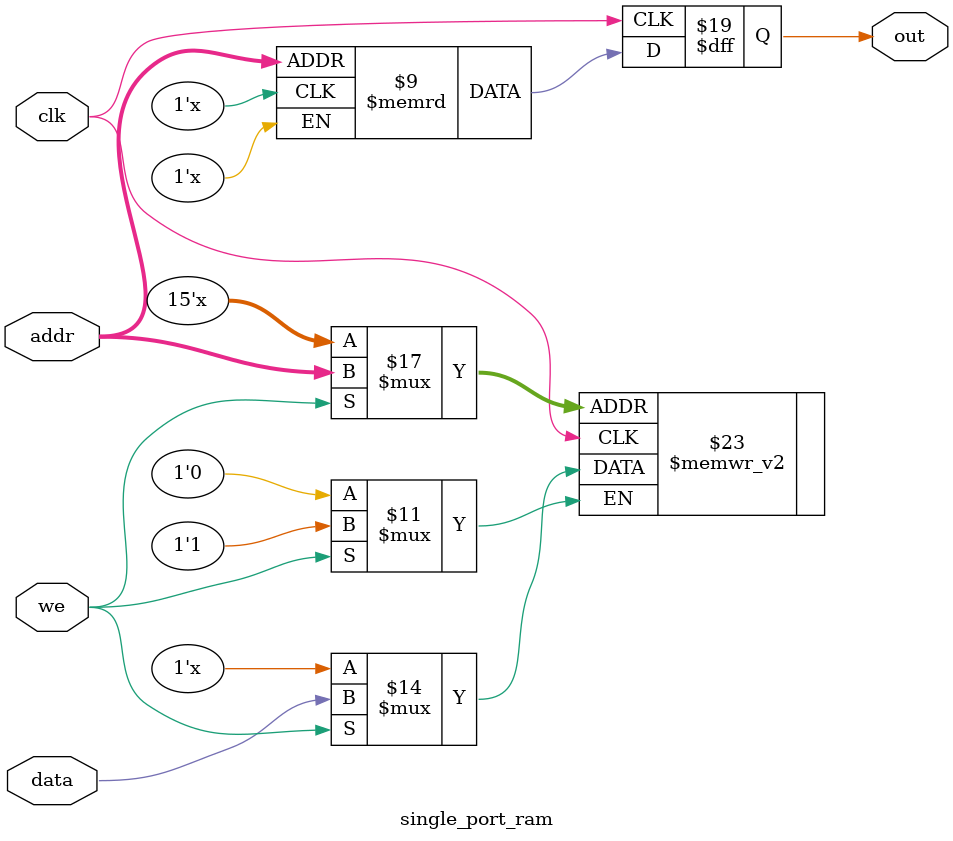
<source format=v>
module single_port_ram(clk, we, addr, data, out);
parameter ADDR_WIDTH = 15;
parameter DATA_WIDTH = 1;
input clk;
input we;
input [ADDR_WIDTH-1:0] addr;
input [DATA_WIDTH-1:0] data;
output reg [DATA_WIDTH-1:0] out;
reg [DATA_WIDTH-1:0] RAM [(1<<ADDR_WIDTH)-1:0];
always @(posedge clk)
begin
    if (we)
            RAM[addr] <= data;
    out <= RAM[addr];
end
endmodule


</source>
